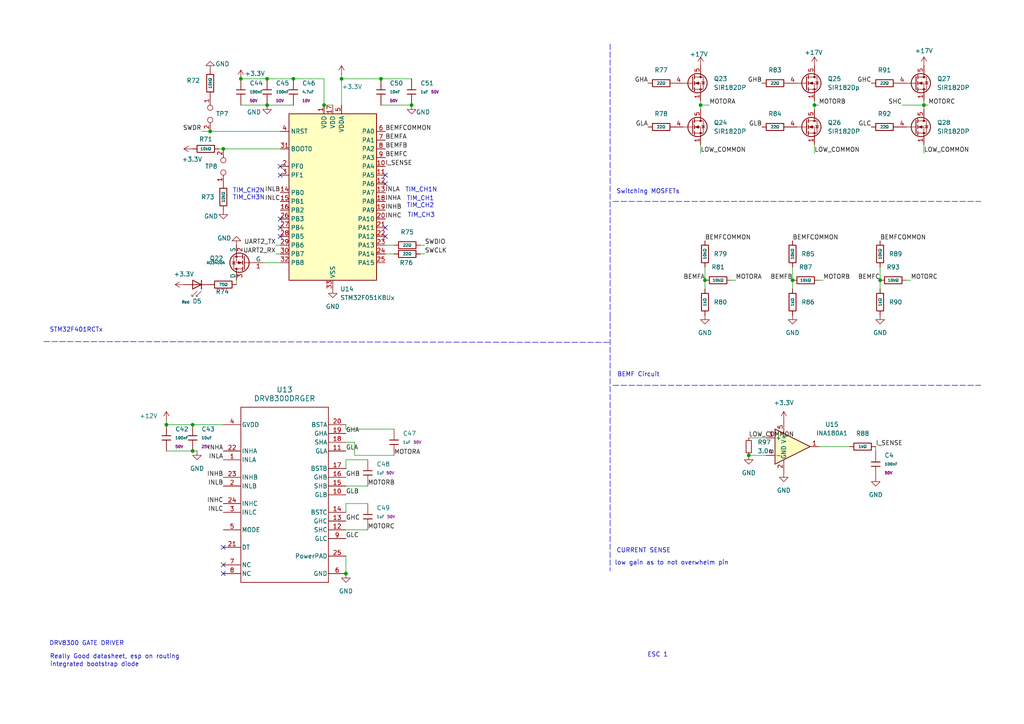
<source format=kicad_sch>
(kicad_sch (version 20250114) (generator "eeschema") (generator_version "9.0")
  (paper "A4")
  (text "DRV8300 GATE DRIVER\n" (at 25.146 186.69 0) (effects (font (size 1.27 1.27))))
  (text "TIM_CH3\n\n" (at 122.174 63.5 0) (effects (font (size 1.27 1.27))))
  (text "TIM_CH1N" (at 122.174 55.118 0) (effects (font (size 1.27 1.27))))
  (text "low gain as to not overwhelm pin\n" (at 194.818 163.322 0) (effects (font (size 1.27 1.27))))
  (text "Switching MOSFETs\n" (at 187.96 55.626 0) (effects (font (size 1.27 1.27))))
  (text "CURRENT SENSE\n" (at 186.69 159.766 0) (effects (font (size 1.27 1.27))))
  (text "integrated bootstrap diode\n" (at 27.432 192.786 0) (effects (font (size 1.27 1.27))))
  (text "TIM_CH3N\n\n\n" (at 72.136 59.436 0) (effects (font (size 1.27 1.27))))
  (text "BEMF Circuit\n" (at 185.166 108.712 0) (effects (font (size 1.27 1.27))))
  (text "STM32F401RCTx" (at 22.098 95.758 0) (effects (font (size 1.27 1.27))))
  (text "TIM_CH2\n\n" (at 121.92 60.706 0) (effects (font (size 1.27 1.27))))
  (text "ESC 1" (at 190.754 189.992 0) (effects (font (size 1.27 1.27))))
  (text "TIM_CH1\n" (at 121.92 57.658 0) (effects (font (size 1.27 1.27))))
  (text "TIM_CH2N\n\n\n" (at 72.136 57.404 0) (effects (font (size 1.27 1.27))))
  (text "Really Good datasheet, esp on routing\n" (at 33.274 190.5 0) (effects (font (size 1.27 1.27))))
  (junction (at 48.26 123.19))
  (junction (at 203.2 30.48))
  (junction (at 85.09 22.86))
  (junction (at 69.85 22.86))
  (junction (at 119.38 30.48))
  (junction (at 99.06 22.86))
  (junction (at 93.98 30.48))
  (junction (at 236.22 30.48))
  (junction (at 255.27 81.28))
  (junction (at 77.47 22.86))
  (junction (at 217.17 132.08))
  (junction (at 267.97 30.48))
  (junction (at 60.96 38.1))
  (junction (at 110.49 22.86))
  (junction (at 204.47 81.28))
  (junction (at 55.88 123.19))
  (junction (at 55.88 130.81))
  (junction (at 77.47 30.48))
  (junction (at 100.33 166.37))
  (junction (at 229.87 81.28))
  (junction (at 64.77 43.18))
  (no_connect (at 111.76 68.58))
  (no_connect (at 81.28 50.8))
  (no_connect (at 64.77 166.37))
  (no_connect (at 111.76 66.04))
  (no_connect (at 111.76 50.8))
  (no_connect (at 81.28 48.26))
  (no_connect (at 64.77 163.83))
  (no_connect (at 111.76 53.34))
  (no_connect (at 81.28 63.5))
  (no_connect (at 64.77 158.75))
  (no_connect (at 81.28 68.58))
  (no_connect (at 81.28 66.04))
  (wire (pts (xy 93.98 22.86) (xy 85.09 22.86)))
  (wire (pts (xy 63.5 43.18) (xy 64.77 43.18)))
  (wire (pts (xy 100.33 146.05) (xy 100.33 148.59)))
  (wire (pts (xy 99.06 21.59) (xy 99.06 22.86)))
  (wire (pts (xy 203.2 29.21) (xy 203.2 30.48)))
  (wire (pts (xy 100.33 124.46) (xy 100.33 123.19)))
  (wire (pts (xy 261.62 30.48) (xy 267.97 30.48)))
  (wire (pts (xy 217.17 132.08) (xy 222.25 132.08)))
  (polyline (pts (xy 176.9572 91.4718) (xy 176.9571 165.6086)) (stroke (width 0) (type dash)))
  (polyline (pts (xy 176.9572 12.7318) (xy 176.9572 91.4718)) (stroke (width 0) (type dash)))
  (wire (pts (xy 267.97 44.45) (xy 267.97 41.91)))
  (wire (pts (xy 229.87 81.28) (xy 229.87 83.82)))
  (wire (pts (xy 58.42 38.1) (xy 60.96 38.1)))
  (wire (pts (xy 102.87 132.08) (xy 102.87 128.27)))
  (wire (pts (xy 76.2 76.2) (xy 81.28 76.2)))
  (wire (pts (xy 204.47 77.47) (xy 204.47 81.28)))
  (wire (pts (xy 121.92 73.66) (xy 123.19 73.66)))
  (wire (pts (xy 80.01 71.12) (xy 81.28 71.12)))
  (wire (pts (xy 100.33 153.67) (xy 106.68 153.67)))
  (wire (pts (xy 205.74 30.48) (xy 203.2 30.48)))
  (wire (pts (xy 77.47 30.48) (xy 85.09 30.48)))
  (polyline (pts (xy 177.8 58.42) (xy 284.48 58.42)) (stroke (width 0) (type dash)))
  (wire (pts (xy 255.27 77.47) (xy 255.27 81.28)))
  (wire (pts (xy 236.22 30.48) (xy 236.22 31.75)))
  (wire (pts (xy 60.96 38.1) (xy 81.28 38.1)))
  (wire (pts (xy 262.89 81.28) (xy 264.16 81.28)))
  (polyline (pts (xy 177.8 111.76) (xy 284.48 111.76)) (stroke (width 0) (type dash)))
  (wire (pts (xy 229.87 77.47) (xy 229.87 81.28)))
  (wire (pts (xy 110.49 30.48) (xy 119.38 30.48)))
  (wire (pts (xy 100.33 133.35) (xy 100.33 135.89)))
  (wire (pts (xy 77.47 22.86) (xy 85.09 22.86)))
  (wire (pts (xy 204.47 81.28) (xy 204.47 83.82)))
  (wire (pts (xy 55.88 123.19) (xy 64.77 123.19)))
  (wire (pts (xy 212.09 81.28) (xy 213.36 81.28)))
  (wire (pts (xy 48.26 123.19) (xy 55.88 123.19)))
  (wire (pts (xy 48.26 130.81) (xy 55.88 130.81)))
  (wire (pts (xy 106.68 133.35) (xy 100.33 133.35)))
  (wire (pts (xy 99.06 22.86) (xy 99.06 30.48)))
  (wire (pts (xy 237.49 30.48) (xy 236.22 30.48)))
  (wire (pts (xy 69.85 30.48) (xy 77.47 30.48)))
  (wire (pts (xy 102.87 128.27) (xy 100.33 128.27)))
  (wire (pts (xy 267.97 30.48) (xy 267.97 31.75)))
  (wire (pts (xy 64.77 43.18) (xy 81.28 43.18)))
  (wire (pts (xy 246.38 129.54) (xy 237.49 129.54)))
  (wire (pts (xy 111.76 71.12) (xy 114.3 71.12)))
  (wire (pts (xy 114.3 73.66) (xy 111.76 73.66)))
  (wire (pts (xy 121.92 71.12) (xy 123.19 71.12)))
  (wire (pts (xy 217.17 127) (xy 222.25 127)))
  (wire (pts (xy 55.88 130.81) (xy 57.15 130.81)))
  (wire (pts (xy 48.26 121.92) (xy 48.26 123.19)))
  (polyline (pts (xy 12.7 99.06) (xy 176.9006 99.308)) (stroke (width 0) (type dash)))
  (wire (pts (xy 119.38 22.86) (xy 110.49 22.86)))
  (wire (pts (xy 102.87 132.08) (xy 114.3 132.08)))
  (wire (pts (xy 100.33 161.29) (xy 100.33 166.37)))
  (wire (pts (xy 68.58 81.28) (xy 68.58 82.55)))
  (wire (pts (xy 100.33 124.46) (xy 114.3 124.46)))
  (wire (pts (xy 93.98 30.48) (xy 96.52 30.48)))
  (wire (pts (xy 106.68 146.05) (xy 100.33 146.05)))
  (wire (pts (xy 267.97 29.21) (xy 267.97 30.48)))
  (wire (pts (xy 255.27 81.28) (xy 255.27 83.82)))
  (wire (pts (xy 69.85 22.86) (xy 77.47 22.86)))
  (wire (pts (xy 203.2 30.48) (xy 203.2 31.75)))
  (wire (pts (xy 236.22 29.21) (xy 236.22 30.48)))
  (wire (pts (xy 99.06 22.86) (xy 110.49 22.86)))
  (wire (pts (xy 237.49 81.28) (xy 238.76 81.28)))
  (wire (pts (xy 80.01 73.66) (xy 81.28 73.66)))
  (wire (pts (xy 254 130.81) (xy 254 129.54)))
  (wire (pts (xy 269.24 30.48) (xy 267.97 30.48)))
  (wire (pts (xy 236.22 44.45) (xy 236.22 41.91)))
  (wire (pts (xy 203.2 44.45) (xy 203.2 41.91)))
  (wire (pts (xy 93.98 30.48) (xy 93.98 22.86)))
  (wire (pts (xy 100.33 140.97) (xy 106.68 140.97)))
  (label "GLC" (at 252.73 36.83 180))
  (label "SWCLK" (at 123.19 73.66 0))
  (label "SWDIO" (at 123.19 71.12 0))
  (label "MOTORC" (at 264.16 81.28 0))
  (label "BEMFCOMMON" (at 229.87 69.85 0))
  (label "INLB" (at 64.77 140.97 180))
  (label "MOTORB" (at 106.68 140.97 0))
  (label "INLC" (at 81.28 58.42 180))
  (label "GHA" (at 187.96 24.13 180))
  (label "GHC" (at 100.33 151.13 0))
  (label "MOTORB" (at 238.76 81.28 0))
  (label "UART2_RX" (at 80.01 73.66 180))
  (label "UART2_TX" (at 80.01 71.12 180))
  (label "MOTORB" (at 237.49 30.48 0))
  (label "BEMFCOMMON" (at 255.27 69.85 0))
  (label "MOTORC" (at 106.68 153.67 0))
  (label "GLB" (at 220.98 36.83 180))
  (label "MOTORA" (at 213.36 81.28 0))
  (label "INLB" (at 81.28 55.88 180))
  (label "GLB" (at 100.33 143.51 0))
  (label "LOW_COMMON" (at 203.2 44.45 0))
  (label "INHB" (at 64.77 138.43 180))
  (label "BEMFA" (at 111.76 40.64 0))
  (label "BEMFA" (at 204.47 81.28 180))
  (label "BEMFC" (at 255.27 81.28 180))
  (label "GHC" (at 252.73 24.13 180))
  (label "I_SENSE" (at 111.76 48.26 0))
  (label "INHB" (at 111.76 60.96 0))
  (label "MOTORC" (at 269.24 30.48 0))
  (label "I_SENSE" (at 254 129.54 0))
  (label "INLC" (at 64.77 148.59 180))
  (label "MOTORA" (at 114.3 132.08 0))
  (label "GHB" (at 220.98 24.13 180))
  (label "INLA" (at 111.76 55.88 0))
  (label "SHC" (at 261.62 30.48 180))
  (label "LOW_COMMON" (at 236.22 44.45 0))
  (label "BEMFCOMMON" (at 204.47 69.85 0))
  (label "SWDR" (at 58.42 38.1 180))
  (label "LOW_COMMON" (at 267.97 44.45 0))
  (label "GHA" (at 100.33 125.73 0))
  (label "INHC" (at 111.76 63.5 0))
  (label "BEMFCOMMON" (at 111.76 38.1 0))
  (label "BEMFB" (at 229.87 81.28 180))
  (label "BEMFB" (at 111.76 43.18 0))
  (label "MOTORA" (at 205.74 30.48 0))
  (label "INHA" (at 111.76 58.42 0))
  (label "GLA" (at 100.33 130.81 0))
  (label "INHC" (at 64.77 146.05 180))
  (label "INHA" (at 64.77 130.81 180))
  (label "LOW_COMMON" (at 217.17 127 0))
  (label "GLA" (at 187.96 36.83 180))
  (label "INLA" (at 64.77 133.35 180))
  (label "BEMFC" (at 111.76 45.72 0))
  (label "GHB" (at 100.33 138.43 0))
  (label "GLC" (at 100.33 156.21 0))
  (symbol (lib_id "PCM_JLCPCB-Resistors:0402,22Ω") (at 191.77 24.13 90) (unit 1)
    (property "Reference" "R33" (at 191.77 20.32 90))
    (property "Value" "22Ω" (at 191.77 24.13 90) (effects (font (size 0.8 0.8))))
    (property "Footprint" "PCM_JLCPCB:R_0402" (effects (hide yes)))
    (property "Description" "100mW Thick Film Resistor ±5% ±200ppm/℃ 22Ω 0402 Chip Resistor - Surface Mount ROHS" (effects (hide yes)))
    (property "LCSC" "C400511" (effects (hide yes)))
    (property "Stock" "3325167" (effects (hide yes)))
    (property "Price" "0.004USD" (effects (hide yes)))
    (property "Process" "SMT" (effects (hide yes)))
    (property "Minimum Qty" "20" (effects (hide yes)))
    (property "Attrition Qty" "10" (effects (hide yes)))
    (property "Class" "Basic Component" (effects (hide yes)))
    (property "Category" "Resistors,Chip Resistor - Surface Mount" (effects (hide yes)))
    (property "Resistance" "22Ω" (effects (hide yes)))
    (property "Power(Watts)" "100mW" (effects (hide yes)))
    (property "Type" "Thick Film Resistors" (effects (hide yes)))
    (property "Tolerance" "±1%" (effects (hide yes)))
    (property "Temperature Coefficient" "±100ppm/°C" (effects (hide yes)))
    (instances (project "ESC_Board" (path "" (reference "R77") (unit 1)) (path "" (reference "R54") (unit 1)) (path "" (reference "R33") (unit 1))))
  )
  (symbol (lib_name "0603,1uF_2") (lib_id "PCM_JLCPCB-Capacitors:0603,1uF") (at 114.3 128.27 0) (unit 1)
    (property "Reference" "C29" (at 116.84 125.7299 0) (effects (justify left)))
    (property "Value" "1uF" (at 116.84 128.27 0) (effects (font (size 0.8 0.8)) (justify left)))
    (property "Footprint" "PCM_JLCPCB:C_0603" (effects (hide yes)))
    (property "Description" "50V 1uF X7R ±10% 0603 Multilayer Ceramic Capacitors MLCC - SMD/SMT ROHS" (effects (hide yes)))
    (property "LCSC" "C6119857" (effects (hide yes)))
    (property "Stock" "11587280" (effects (hide yes)))
    (property "Price" "0.008USD" (effects (hide yes)))
    (property "Process" "SMT" (effects (hide yes)))
    (property "Minimum Qty" "20" (effects (hide yes)))
    (property "Attrition Qty" "10" (effects (hide yes)))
    (property "Class" "Basic Component" (effects (hide yes)))
    (property "Category" "Capacitors,Multilayer Ceramic Capacitors MLCC - SMD/SMT" (effects (hide yes)))
    (property "Voltage Rated" "50V" (at 119.888 128.27 0) (effects (font (size 0.8 0.8)) (justify left)))
    (property "Tolerance" "±10%" (effects (hide yes)))
    (property "Capacitance" "1uF" (effects (hide yes)))
    (property "Temperature Coefficient" "X5R" (effects (hide yes)))
    (instances (project "ESC_Board" (path "" (reference "C47") (unit 1)) (path "" (reference "C37") (unit 1)) (path "" (reference "C29") (unit 1))))
  )
  (symbol (lib_id "PCM_JLCPCB-Capacitors:0402,10nF") (at 110.49 26.67 0) (unit 1)
    (property "Reference" "C19" (at 113.03 24.1299 0) (effects (justify left)))
    (property "Value" "10nF" (at 113.03 26.67 0) (effects (font (size 0.8 0.8)) (justify left)))
    (property "Footprint" "PCM_JLCPCB:C_0402" (effects (hide yes)))
    (property "Datasheet" "https://www.lcsc.com/datasheet/lcsc_datasheet_2304140030_Samsung-Electro-Mechanics-CL05B103KB5NNNC_C15195.pdf" (effects (hide yes)))
    (property "Description" "50V 10nF X7R ±10% 0402 Multilayer Ceramic Capacitors MLCC - SMD/SMT ROHS" (effects (hide yes)))
    (property "LCSC" "C15195" (effects (hide yes)))
    (property "Stock" "6402406" (effects (hide yes)))
    (property "Price" "0.005USD" (effects (hide yes)))
    (property "Process" "SMT" (effects (hide yes)))
    (property "Minimum Qty" "20" (effects (hide yes)))
    (property "Attrition Qty" "10" (effects (hide yes)))
    (property "Class" "Basic Component" (effects (hide yes)))
    (property "Category" "Capacitors,Multilayer Ceramic Capacitors MLCC - SMD/SMT" (effects (hide yes)))
    (property "Manufacturer" "Samsung Electro-Mechanics" (effects (hide yes)))
    (property "Part" "CL05B103KB5NNNC" (effects (hide yes)))
    (property "Voltage Rated" "50V" (at 113.03 29.21 0) (effects (font (size 0.8 0.8)) (justify left)))
    (property "Tolerance" "±10%" (effects (hide yes)))
    (property "Capacitance" "10nF" (effects (hide yes)))
    (property "Temperature Coefficient" "X7R" (effects (hide yes)))
    (instances (project "ESC_Board" (path "" (reference "C50") (unit 1)) (path "" (reference "C40") (unit 1)) (path "" (reference "C19") (unit 1))))
  )
  (symbol (lib_id "PCM_JLCPCB-Capacitors:0402,4.7uF") (at 85.09 26.67 0) (unit 1)
    (property "Reference" "C18" (at 87.63 24.1299 0) (effects (justify left)))
    (property "Value" "4.7uF" (at 87.63 26.67 0) (effects (font (size 0.8 0.8)) (justify left)))
    (property "Footprint" "PCM_JLCPCB:C_0402" (effects (hide yes)))
    (property "Datasheet" "https://www.lcsc.com/datasheet/lcsc_datasheet_2304140030_Samsung-Electro-Mechanics-CL05A475MP5NRNC_C23733.pdf" (effects (hide yes)))
    (property "Description" "10V 4.7uF X5R ±20% 0402 Multilayer Ceramic Capacitors MLCC - SMD/SMT ROHS" (effects (hide yes)))
    (property "LCSC" "C23733" (effects (hide yes)))
    (property "Stock" "2764687" (effects (hide yes)))
    (property "Price" "0.008USD" (effects (hide yes)))
    (property "Process" "SMT" (effects (hide yes)))
    (property "Minimum Qty" "20" (effects (hide yes)))
    (property "Attrition Qty" "10" (effects (hide yes)))
    (property "Class" "Basic Component" (effects (hide yes)))
    (property "Category" "Capacitors,Multilayer Ceramic Capacitors MLCC - SMD/SMT" (effects (hide yes)))
    (property "Manufacturer" "Samsung Electro-Mechanics" (effects (hide yes)))
    (property "Part" "CL05A475MP5NRNC" (effects (hide yes)))
    (property "Voltage Rated" "10V" (at 87.63 29.21 0) (effects (font (size 0.8 0.8)) (justify left)))
    (property "Tolerance" "±20%" (effects (hide yes)))
    (property "Capacitance" "4.7uF" (effects (hide yes)))
    (property "Temperature Coefficient" "X5R" (effects (hide yes)))
    (instances (project "ESC_Board" (path "" (reference "C46") (unit 1)) (path "" (reference "C36") (unit 1)) (path "" (reference "C18") (unit 1))))
  )
  (symbol (lib_id "power:GND") (at 64.77 60.96 0) (unit 1)
    (property "Reference" "#PWR027" (effects (hide yes)))
    (property "Value" "GND" (at 61.214 62.738 0))
    (property "Description" "Power symbol creates a global label with name \"GND\" , ground" (effects (hide yes)))
    (instances (project "ESC_Board" (path "" (reference "#PWR086") (unit 1)) (path "" (reference "#PWR063") (unit 1)) (path "" (reference "#PWR027") (unit 1))))
  )
  (symbol (lib_id "PCM_JLCPCB-Resistors:0402,22Ω") (at 118.11 71.12 90) (unit 1)
    (property "Reference" "R31" (at 118.11 67.31 90))
    (property "Value" "22Ω" (at 118.11 71.12 90) (effects (font (size 0.8 0.8))))
    (property "Footprint" "PCM_JLCPCB:R_0402" (effects (hide yes)))
    (property "Description" "100mW Thick Film Resistor ±5% ±200ppm/℃ 22Ω 0402 Chip Resistor - Surface Mount ROHS" (effects (hide yes)))
    (property "LCSC" "C400511" (effects (hide yes)))
    (property "Stock" "3325167" (effects (hide yes)))
    (property "Price" "0.004USD" (effects (hide yes)))
    (property "Process" "SMT" (effects (hide yes)))
    (property "Minimum Qty" "20" (effects (hide yes)))
    (property "Attrition Qty" "10" (effects (hide yes)))
    (property "Class" "Basic Component" (effects (hide yes)))
    (property "Category" "Resistors,Chip Resistor - Surface Mount" (effects (hide yes)))
    (property "Resistance" "22Ω" (effects (hide yes)))
    (property "Power(Watts)" "100mW" (effects (hide yes)))
    (property "Type" "Thick Film Resistors" (effects (hide yes)))
    (property "Tolerance" "±1%" (effects (hide yes)))
    (property "Temperature Coefficient" "±100ppm/°C" (effects (hide yes)))
    (instances (project "ESC_Board" (path "" (reference "R75") (unit 1)) (path "" (reference "R52") (unit 1)) (path "" (reference "R31") (unit 1))))
  )
  (symbol (lib_id "power:+5V") (at 48.26 121.92 0) (mirror y) (unit 1)
    (property "Reference" "#PWR048" (effects (hide yes)))
    (property "Value" "+12V" (at 45.72 120.6499 0) (effects (justify left)))
    (property "Description" "Power symbol creates a global label with name \"+5V\"" (effects (hide yes)))
    (instances (project "ESC_Board" (path "" (reference "#PWR081") (unit 1)) (path "" (reference "#PWR058") (unit 1)) (path "" (reference "#PWR048") (unit 1))))
  )
  (symbol (lib_id "PCM_JLCPCB-Resistors:0402,10kΩ") (at 59.69 43.18 90) (unit 1)
    (property "Reference" "R28" (at 59.69 40.386 90))
    (property "Value" "10kΩ" (at 59.69 43.18 90) (effects (font (size 0.8 0.8))))
    (property "Footprint" "PCM_JLCPCB:R_0402" (effects (hide yes)))
    (property "Description" "100mW Thick Film Resistor ±100ppm/℃ ±1% 10kΩ 0402 Chip Resistor - Surface Mount ROHS" (effects (hide yes)))
    (property "LCSC" "C191123" (effects (hide yes)))
    (property "Stock" "15645317" (effects (hide yes)))
    (property "Price" "0.004USD" (effects (hide yes)))
    (property "Process" "SMT" (effects (hide yes)))
    (property "Minimum Qty" "20" (effects (hide yes)))
    (property "Attrition Qty" "10" (effects (hide yes)))
    (property "Class" "Basic Component" (effects (hide yes)))
    (property "Category" "Resistors,Chip Resistor - Surface Mount" (effects (hide yes)))
    (property "Resistance" "10kΩ" (effects (hide yes)))
    (property "Power(Watts)" "100mW" (effects (hide yes)))
    (property "Type" "Thick Film Resistors" (effects (hide yes)))
    (property "Tolerance" "±1%" (effects (hide yes)))
    (property "Temperature Coefficient" "±100ppm/°C" (effects (hide yes)))
    (instances (project "ESC_Board" (path "" (reference "R71") (unit 1)) (path "" (reference "R48") (unit 1)) (path "" (reference "R28") (unit 1))))
  )
  (symbol (lib_id "PCM_JLCPCB-Resistors:0603,1kΩ") (at 255.27 87.63 0) (unit 1)
    (property "Reference" "R44" (at 257.81 87.6299 0) (effects (justify left)))
    (property "Value" "1kΩ" (at 255.27 87.63 90) (effects (font (size 0.8 0.8))))
    (property "Footprint" "PCM_JLCPCB:R_0402" (effects (hide yes)))
    (property "Description" "100mW Thick Film Resistor 50V ±100ppm/℃ ±5% 1kΩ 0402 Chip Resistor - Surface Mount ROHS" (effects (hide yes)))
    (property "LCSC" "C2759467" (effects (hide yes)))
    (property "Stock" "23435537" (effects (hide yes)))
    (property "Price" "0.004USD" (effects (hide yes)))
    (property "Process" "SMT" (effects (hide yes)))
    (property "Minimum Qty" "20" (effects (hide yes)))
    (property "Attrition Qty" "10" (effects (hide yes)))
    (property "Class" "Basic Component" (effects (hide yes)))
    (property "Category" "Resistors,Chip Resistor - Surface Mount" (effects (hide yes)))
    (property "Part" "HP02WAJ0102TCE" (effects (hide yes)))
    (property "Resistance" "1kΩ" (effects (hide yes)))
    (property "Power(Watts)" "100mW" (effects (hide yes)))
    (property "Type" "Thick Film Resistors" (effects (hide yes)))
    (property "Tolerance" "±1%" (effects (hide yes)))
    (property "Temperature Coefficient" "±100ppm/°C" (effects (hide yes)))
    (instances (project "ESC_Board" (path "" (reference "R90") (unit 1)) (path "" (reference "R67") (unit 1)) (path "" (reference "R44") (unit 1))))
  )
  (symbol (lib_id "power:+3.3V") (at 227.33 121.92 0) (unit 1)
    (property "Reference" "#PWR057" (effects (hide yes)))
    (property "Value" "+3.3V" (at 227.33 116.84 0))
    (property "Description" "Power symbol creates a global label with name \"+3.3V\"" (effects (hide yes)))
    (instances (project "ESC_Board" (path "" (reference "#PWR097") (unit 1)) (path "" (reference "#PWR074") (unit 1)) (path "" (reference "#PWR057") (unit 1))))
  )
  (symbol (lib_id "power:+3.3V") (at 55.88 43.18 90) (unit 1)
    (property "Reference" "#PWR025" (effects (hide yes)))
    (property "Value" "+3.3V" (at 58.674 46.228 90) (effects (justify left)))
    (property "Description" "Power symbol creates a global label with name \"+3.3V\"" (effects (hide yes)))
    (instances (project "ESC_Board" (path "" (reference "#PWR083") (unit 1)) (path "" (reference "#PWR060") (unit 1)) (path "" (reference "#PWR025") (unit 1))))
  )
  (symbol (lib_id "Transistor_FET:BSC13DN30NSFD") (at 233.68 24.13 0) (unit 1)
    (property "Reference" "Q11" (at 240.03 22.8599 0) (effects (justify left)))
    (property "Value" "SIR182Dp" (at 240.03 25.3999 0) (effects (justify left)))
    (property "Footprint" "Package_TO_SOT_SMD:TDSON-8-1" (effects (hide yes)))
    (property "Description" "60V 50A 50W 11mΩ@10V,50A 4V@23uA 1 N-Channel TDSON-8-EP(5x6) MOSFETs ROHS" (effects (hide yes)))
    (property "LCSC" " C151507" (effects (hide yes)))
    (instances (project "ESC_Board" (path "" (reference "Q25") (unit 1)) (path "" (reference "Q18") (unit 1)) (path "" (reference "Q11") (unit 1))))
  )
  (symbol (lib_id "PCM_JLCPCB-Resistors:0402,10kΩ") (at 64.77 57.15 0) (mirror x) (unit 1)
    (property "Reference" "R30" (at 62.23 57.1499 0) (effects (justify right)))
    (property "Value" "10kΩ" (at 64.77 57.15 90) (effects (font (size 0.8 0.8))))
    (property "Footprint" "PCM_JLCPCB:R_0402" (effects (hide yes)))
    (property "Description" "100mW Thick Film Resistor ±100ppm/℃ ±1% 10kΩ 0402 Chip Resistor - Surface Mount ROHS" (effects (hide yes)))
    (property "LCSC" "C191123" (effects (hide yes)))
    (property "Stock" "15645317" (effects (hide yes)))
    (property "Price" "0.004USD" (effects (hide yes)))
    (property "Process" "SMT" (effects (hide yes)))
    (property "Minimum Qty" "20" (effects (hide yes)))
    (property "Attrition Qty" "10" (effects (hide yes)))
    (property "Class" "Basic Component" (effects (hide yes)))
    (property "Category" "Resistors,Chip Resistor - Surface Mount" (effects (hide yes)))
    (property "Resistance" "10kΩ" (effects (hide yes)))
    (property "Power(Watts)" "100mW" (effects (hide yes)))
    (property "Type" "Thick Film Resistors" (effects (hide yes)))
    (property "Tolerance" "±1%" (effects (hide yes)))
    (property "Temperature Coefficient" "±100ppm/°C" (effects (hide yes)))
    (instances (project "ESC_Board" (path "" (reference "R73") (unit 1)) (path "" (reference "R50") (unit 1)) (path "" (reference "R30") (unit 1))))
  )
  (symbol (lib_id "Transistor_FET:BSC13DN30NSFD") (at 233.68 36.83 0) (unit 1)
    (property "Reference" "Q12" (at 240.03 35.5599 0) (effects (justify left)))
    (property "Value" "SIR182DP" (at 240.03 38.0999 0) (effects (justify left)))
    (property "Footprint" "Package_TO_SOT_SMD:TDSON-8-1" (effects (hide yes)))
    (property "Description" "60V 50A 50W 11mΩ@10V,50A 4V@23uA 1 N-Channel TDSON-8-EP(5x6) MOSFETs ROHS" (effects (hide yes)))
    (property "LCSC" " C151507" (effects (hide yes)))
    (instances (project "ESC_Board" (path "" (reference "Q26") (unit 1)) (path "" (reference "Q19") (unit 1)) (path "" (reference "Q12") (unit 1))))
  )
  (symbol (lib_name "0603,1uF_2") (lib_id "PCM_JLCPCB-Capacitors:0603,1uF") (at 119.38 26.67 0) (unit 1)
    (property "Reference" "C27" (at 121.92 24.1299 0) (effects (justify left)))
    (property "Value" "1uF" (at 121.92 26.67 0) (effects (font (size 0.8 0.8)) (justify left)))
    (property "Footprint" "PCM_JLCPCB:C_0603" (effects (hide yes)))
    (property "Description" "50V 1uF X7R ±10% 0603 Multilayer Ceramic Capacitors MLCC - SMD/SMT ROHS" (effects (hide yes)))
    (property "LCSC" "C6119857" (effects (hide yes)))
    (property "Stock" "11587280" (effects (hide yes)))
    (property "Price" "0.008USD" (effects (hide yes)))
    (property "Process" "SMT" (effects (hide yes)))
    (property "Minimum Qty" "20" (effects (hide yes)))
    (property "Attrition Qty" "10" (effects (hide yes)))
    (property "Class" "Basic Component" (effects (hide yes)))
    (property "Category" "Capacitors,Multilayer Ceramic Capacitors MLCC - SMD/SMT" (effects (hide yes)))
    (property "Voltage Rated" "50V" (at 124.968 26.67 0) (effects (font (size 0.8 0.8)) (justify left)))
    (property "Tolerance" "±10%" (effects (hide yes)))
    (property "Capacitance" "1uF" (effects (hide yes)))
    (property "Temperature Coefficient" "X5R" (effects (hide yes)))
    (instances (project "ESC_Board" (path "" (reference "C51") (unit 1)) (path "" (reference "C41") (unit 1)) (path "" (reference "C27") (unit 1))))
  )
  (symbol (lib_id "PCM_JLCPCB-Resistors:0402,22Ω") (at 256.54 24.13 90) (unit 1)
    (property "Reference" "R45" (at 256.54 20.32 90))
    (property "Value" "22Ω" (at 256.54 24.13 90) (effects (font (size 0.8 0.8))))
    (property "Footprint" "PCM_JLCPCB:R_0402" (effects (hide yes)))
    (property "Description" "100mW Thick Film Resistor ±5% ±200ppm/℃ 22Ω 0402 Chip Resistor - Surface Mount ROHS" (effects (hide yes)))
    (property "LCSC" "C400511" (effects (hide yes)))
    (property "Stock" "3325167" (effects (hide yes)))
    (property "Price" "0.004USD" (effects (hide yes)))
    (property "Process" "SMT" (effects (hide yes)))
    (property "Minimum Qty" "20" (effects (hide yes)))
    (property "Attrition Qty" "10" (effects (hide yes)))
    (property "Class" "Basic Component" (effects (hide yes)))
    (property "Category" "Resistors,Chip Resistor - Surface Mount" (effects (hide yes)))
    (property "Resistance" "22Ω" (effects (hide yes)))
    (property "Power(Watts)" "100mW" (effects (hide yes)))
    (property "Type" "Thick Film Resistors" (effects (hide yes)))
    (property "Tolerance" "±1%" (effects (hide yes)))
    (property "Temperature Coefficient" "±100ppm/°C" (effects (hide yes)))
    (instances (project "ESC_Board" (path "" (reference "R91") (unit 1)) (path "" (reference "R68") (unit 1)) (path "" (reference "R45") (unit 1))))
  )
  (symbol (lib_id "2025-07-10_00-49-41:DRV8300DRGER") (at 64.77 123.19 0) (unit 1)
    (property "Reference" "U8" (at 82.55 113.03 0) (effects (font (size 1.524 1.524))))
    (property "Value" "DRV8300DRGER" (at 82.55 115.57 0) (effects (font (size 1.524 1.524))))
    (property "Footprint" "RGE0024B-IPC_A" (effects (hide yes)))
    (property "Datasheet" "https://www.ti.com/lit/gpn/drv8300" (effects (hide yes)))
    (instances (project "ESC_Board" (path "" (reference "U13") (unit 1)) (path "" (reference "U10") (unit 1)) (path "" (reference "U8") (unit 1))))
  )
  (symbol (lib_id "power:+3.3V") (at 267.97 19.05 0) (unit 1)
    (property "Reference" "#PWR056" (effects (hide yes)))
    (property "Value" "+17V" (at 267.97 14.732 0))
    (property "Description" "Power symbol creates a global label with name \"+3.3V\"" (effects (hide yes)))
    (instances (project "ESC_Board" (path "" (reference "#PWR0103") (unit 1)) (path "" (reference "#PWR080") (unit 1)) (path "" (reference "#PWR056") (unit 1))))
  )
  (symbol (lib_id "Transistor_FET:BSC13DN30NSFD") (at 265.43 24.13 0) (unit 1)
    (property "Reference" "Q13" (at 271.78 22.8599 0) (effects (justify left)))
    (property "Value" "SIR182DP" (at 271.78 25.3999 0) (effects (justify left)))
    (property "Footprint" "Package_TO_SOT_SMD:TDSON-8-1" (effects (hide yes)))
    (property "Description" "60V 50A 50W 11mΩ@10V,50A 4V@23uA 1 N-Channel TDSON-8-EP(5x6) MOSFETs ROHS" (effects (hide yes)))
    (property "LCSC" " C151507" (effects (hide yes)))
    (instances (project "ESC_Board" (path "" (reference "Q27") (unit 1)) (path "" (reference "Q20") (unit 1)) (path "" (reference "Q13") (unit 1))))
  )
  (symbol (lib_id "PCM_JLCPCB-Capacitors:0402,100nF,(2)") (at 254 134.62 0) (unit 1)
    (property "Reference" "C2" (at 256.54 132.0799 0) (effects (justify left)))
    (property "Value" "100nF" (at 256.54 134.62 0) (effects (font (size 0.8 0.8)) (justify left)))
    (property "Footprint" "PCM_JLCPCB:C_0402" (effects (hide yes)))
    (property "Datasheet" "https://www.lcsc.com/datasheet/lcsc_datasheet_2304140030_Samsung-Electro-Mechanics-CL05B104KB54PNC_C307331.pdf" (effects (hide yes)))
    (property "Description" "50V 100nF X7R ±10% 0402 Multilayer Ceramic Capacitors MLCC - SMD/SMT ROHS" (effects (hide yes)))
    (property "LCSC" "C307331" (effects (hide yes)))
    (property "Stock" "6934327" (effects (hide yes)))
    (property "Price" "0.008USD" (effects (hide yes)))
    (property "Process" "SMT" (effects (hide yes)))
    (property "Minimum Qty" "20" (effects (hide yes)))
    (property "Attrition Qty" "10" (effects (hide yes)))
    (property "Class" "Basic Component" (effects (hide yes)))
    (property "Category" "Capacitors,Multilayer Ceramic Capacitors MLCC - SMD/SMT" (effects (hide yes)))
    (property "Manufacturer" "Samsung Electro-Mechanics" (effects (hide yes)))
    (property "Part" "CL05B104KB54PNC" (effects (hide yes)))
    (property "Voltage Rated" "50V" (at 256.54 137.16 0) (effects (font (size 0.8 0.8)) (justify left)))
    (property "Tolerance" "±10%" (effects (hide yes)))
    (property "Capacitance" "100nF" (effects (hide yes)))
    (property "Temperature Coefficient" "X7R" (effects (hide yes)))
    (instances (project "ESC_Board" (path "" (reference "C4") (unit 1)) (path "" (reference "C3") (unit 1)) (path "" (reference "C2") (unit 1))))
  )
  (symbol (lib_name "0603,10uF,(2)_1") (lib_id "PCM_JLCPCB-Capacitors:0603,10uF,(2)") (at 55.88 127 180) (unit 1)
    (property "Reference" "C28" (at 58.42 124.4599 0) (effects (justify right)))
    (property "Value" "10uF" (at 58.42 127 0) (effects (font (size 0.8 0.8)) (justify right)))
    (property "Footprint" "PCM_JLCPCB:C_0603" (effects (hide yes)))
    (property "Datasheet" "https://www.lcsc.com/datasheet/lcsc_datasheet_2304140030_Samsung-Electro-Mechanics-CL10A106MA8NRNC_C96446.pdf" (effects (hide yes)))
    (property "Description" "25V 10uF X5R ±20% 0603 Multilayer Ceramic Capacitors MLCC - SMD/SMT ROHS" (effects (hide yes)))
    (property "LCSC" "C96446" (effects (hide yes)))
    (property "Stock" "4218853" (effects (hide yes)))
    (property "Price" "0.021USD" (effects (hide yes)))
    (property "Process" "SMT" (effects (hide yes)))
    (property "Minimum Qty" "20" (effects (hide yes)))
    (property "Attrition Qty" "8" (effects (hide yes)))
    (property "Class" "Basic Component" (effects (hide yes)))
    (property "Category" "Capacitors,Multilayer Ceramic Capacitors MLCC - SMD/SMT" (effects (hide yes)))
    (property "Manufacturer" "Samsung Electro-Mechanics" (effects (hide yes)))
    (property "Part" "CL10A106MA8NRNC" (effects (hide yes)))
    (property "Voltage Rated" "25V" (at 58.42 129.54 0) (effects (font (size 0.8 0.8)) (justify right)))
    (property "Tolerance" "±20%" (effects (hide yes)))
    (property "Capacitance" "10uF" (effects (hide yes)))
    (property "Temperature Coefficient" "X5R" (effects (hide yes)))
    (instances (project "ESC_Board" (path "" (reference "C43") (unit 1)) (path "" (reference "C33") (unit 1)) (path "" (reference "C28") (unit 1))))
  )
  (symbol (lib_id "Connector:TestPoint_2Pole") (at 60.96 33.02 270) (unit 1)
    (property "Reference" "TP3" (at 66.294 33.02 90) (effects (justify right)))
    (property "Value" "TestPoint_2Pole" (effects (hide yes)))
    (property "Description" "2-polar test point" (effects (hide yes)))
    (instances (project "ESC_Board" (path "" (reference "TP7") (unit 1)) (path "" (reference "TP5") (unit 1)) (path "" (reference "TP3") (unit 1))))
  )
  (symbol (lib_id "power:+3.3V") (at 69.85 22.86 0) (unit 1)
    (property "Reference" "#PWR028" (effects (hide yes)))
    (property "Value" "+3.3V" (at 73.914 21.336 0))
    (property "Description" "Power symbol creates a global label with name \"+3.3V\"" (effects (hide yes)))
    (instances (project "ESC_Board" (path "" (reference "#PWR088") (unit 1)) (path "" (reference "#PWR065") (unit 1)) (path "" (reference "#PWR028") (unit 1))))
  )
  (symbol (lib_id "PCM_JLCPCB-Resistors:0402,22Ω") (at 224.79 24.13 90) (unit 1)
    (property "Reference" "R38" (at 224.79 20.32 90))
    (property "Value" "22Ω" (at 224.79 24.13 90) (effects (font (size 0.8 0.8))))
    (property "Footprint" "PCM_JLCPCB:R_0402" (effects (hide yes)))
    (property "Description" "100mW Thick Film Resistor ±5% ±200ppm/℃ 22Ω 0402 Chip Resistor - Surface Mount ROHS" (effects (hide yes)))
    (property "LCSC" "C400511" (effects (hide yes)))
    (property "Stock" "3325167" (effects (hide yes)))
    (property "Price" "0.004USD" (effects (hide yes)))
    (property "Process" "SMT" (effects (hide yes)))
    (property "Minimum Qty" "20" (effects (hide yes)))
    (property "Attrition Qty" "10" (effects (hide yes)))
    (property "Class" "Basic Component" (effects (hide yes)))
    (property "Category" "Resistors,Chip Resistor - Surface Mount" (effects (hide yes)))
    (property "Resistance" "22Ω" (effects (hide yes)))
    (property "Power(Watts)" "100mW" (effects (hide yes)))
    (property "Type" "Thick Film Resistors" (effects (hide yes)))
    (property "Tolerance" "±1%" (effects (hide yes)))
    (property "Temperature Coefficient" "±100ppm/°C" (effects (hide yes)))
    (instances (project "ESC_Board" (path "" (reference "R83") (unit 1)) (path "" (reference "R60") (unit 1)) (path "" (reference "R38") (unit 1))))
  )
  (symbol (lib_id "PCM_JLCPCB-Resistors:0402,22Ω") (at 256.54 36.83 90) (unit 1)
    (property "Reference" "R46" (at 256.54 33.02 90))
    (property "Value" "22Ω" (at 256.54 36.83 90) (effects (font (size 0.8 0.8))))
    (property "Footprint" "PCM_JLCPCB:R_0402" (effects (hide yes)))
    (property "Description" "100mW Thick Film Resistor ±5% ±200ppm/℃ 22Ω 0402 Chip Resistor - Surface Mount ROHS" (effects (hide yes)))
    (property "LCSC" "C400511" (effects (hide yes)))
    (property "Stock" "3325167" (effects (hide yes)))
    (property "Price" "0.004USD" (effects (hide yes)))
    (property "Process" "SMT" (effects (hide yes)))
    (property "Minimum Qty" "20" (effects (hide yes)))
    (property "Attrition Qty" "10" (effects (hide yes)))
    (property "Class" "Basic Component" (effects (hide yes)))
    (property "Category" "Resistors,Chip Resistor - Surface Mount" (effects (hide yes)))
    (property "Resistance" "22Ω" (effects (hide yes)))
    (property "Power(Watts)" "100mW" (effects (hide yes)))
    (property "Type" "Thick Film Resistors" (effects (hide yes)))
    (property "Tolerance" "±1%" (effects (hide yes)))
    (property "Temperature Coefficient" "±100ppm/°C" (effects (hide yes)))
    (instances (project "ESC_Board" (path "" (reference "R92") (unit 1)) (path "" (reference "R69") (unit 1)) (path "" (reference "R46") (unit 1))))
  )
  (symbol (lib_id "power:+3.3V") (at 203.2 19.05 0) (unit 1)
    (property "Reference" "#PWR051" (effects (hide yes)))
    (property "Value" "+17V" (at 202.692 15.748 0))
    (property "Description" "Power symbol creates a global label with name \"+3.3V\"" (effects (hide yes)))
    (instances (project "ESC_Board" (path "" (reference "#PWR094") (unit 1)) (path "" (reference "#PWR071") (unit 1)) (path "" (reference "#PWR051") (unit 1))))
  )
  (symbol (lib_id "Transistor_FET:BSC13DN30NSFD") (at 265.43 36.83 0) (unit 1)
    (property "Reference" "Q14" (at 271.78 35.5599 0) (effects (justify left)))
    (property "Value" "SIR182DP" (at 271.78 38.0999 0) (effects (justify left)))
    (property "Footprint" "Package_TO_SOT_SMD:TDSON-8-1" (effects (hide yes)))
    (property "Description" "60V 50A 50W 11mΩ@10V,50A 4V@23uA 1 N-Channel TDSON-8-EP(5x6) MOSFETs ROHS" (effects (hide yes)))
    (property "LCSC" " C151507" (effects (hide yes)))
    (instances (project "ESC_Board" (path "" (reference "Q28") (unit 1)) (path "" (reference "Q21") (unit 1)) (path "" (reference "Q14") (unit 1))))
  )
  (symbol (lib_id "power:GND") (at 96.52 83.82 0) (unit 1)
    (property "Reference" "#PWR045" (effects (hide yes)))
    (property "Value" "GND" (at 96.52 88.9 0))
    (property "Description" "Power symbol creates a global label with name \"GND\" , ground" (effects (hide yes)))
    (instances (project "ESC_Board" (path "" (reference "#PWR090") (unit 1)) (path "" (reference "#PWR067") (unit 1)) (path "" (reference "#PWR045") (unit 1))))
  )
  (symbol (lib_id "PCM_JLCPCB-Resistors:0603,10kΩ") (at 233.68 81.28 90) (unit 1)
    (property "Reference" "R42" (at 233.68 77.47 90))
    (property "Value" "10kΩ" (at 233.68 81.28 90) (effects (font (size 0.8 0.8))))
    (property "Footprint" "PCM_JLCPCB:R_0402" (effects (hide yes)))
    (property "Description" "100mW Thick Film Resistor ±100ppm/℃ ±1% 10kΩ 0402 Chip Resistor - Surface Mount ROHS" (effects (hide yes)))
    (property "LCSC" "C191123" (effects (hide yes)))
    (property "Stock" "30892410" (effects (hide yes)))
    (property "Price" "0.004USD" (effects (hide yes)))
    (property "Process" "SMT" (effects (hide yes)))
    (property "Minimum Qty" "20" (effects (hide yes)))
    (property "Attrition Qty" "10" (effects (hide yes)))
    (property "Class" "Basic Component" (effects (hide yes)))
    (property "Category" "Resistors,Chip Resistor - Surface Mount" (effects (hide yes)))
    (property "Resistance" "10kΩ" (effects (hide yes)))
    (property "Power(Watts)" "100mW" (effects (hide yes)))
    (property "Type" "Thick Film Resistors" (effects (hide yes)))
    (property "Tolerance" "±1%" (effects (hide yes)))
    (property "Temperature Coefficient" "±100ppm/°C" (effects (hide yes)))
    (instances (project "ESC_Board" (path "" (reference "R87") (unit 1)) (path "" (reference "R64") (unit 1)) (path "" (reference "R42") (unit 1))))
  )
  (symbol (lib_id "PCM_JLCPCB-Resistors:0402,10kΩ") (at 60.96 24.13 0) (mirror y) (unit 1)
    (property "Reference" "R29" (at 54.102 23.368 0) (effects (justify right)))
    (property "Value" "10kΩ" (at 60.96 24.13 90) (effects (font (size 0.8 0.8))))
    (property "Footprint" "PCM_JLCPCB:R_0402" (effects (hide yes)))
    (property "Description" "100mW Thick Film Resistor ±100ppm/℃ ±1% 10kΩ 0402 Chip Resistor - Surface Mount ROHS" (effects (hide yes)))
    (property "LCSC" "C191123" (effects (hide yes)))
    (property "Stock" "15645317" (effects (hide yes)))
    (property "Price" "0.004USD" (effects (hide yes)))
    (property "Process" "SMT" (effects (hide yes)))
    (property "Minimum Qty" "20" (effects (hide yes)))
    (property "Attrition Qty" "10" (effects (hide yes)))
    (property "Class" "Basic Component" (effects (hide yes)))
    (property "Category" "Resistors,Chip Resistor - Surface Mount" (effects (hide yes)))
    (property "Resistance" "10kΩ" (effects (hide yes)))
    (property "Power(Watts)" "100mW" (effects (hide yes)))
    (property "Type" "Thick Film Resistors" (effects (hide yes)))
    (property "Tolerance" "±1%" (effects (hide yes)))
    (property "Temperature Coefficient" "±100ppm/°C" (effects (hide yes)))
    (instances (project "ESC_Board" (path "" (reference "R72") (unit 1)) (path "" (reference "R49") (unit 1)) (path "" (reference "R29") (unit 1))))
  )
  (symbol (lib_id "power:GND") (at 227.33 137.16 0) (unit 1)
    (property "Reference" "#PWR07" (effects (hide yes)))
    (property "Value" "GND" (at 227.33 142.24 0))
    (property "Description" "Power symbol creates a global label with name \"GND\" , ground" (effects (hide yes)))
    (instances (project "ESC_Board" (path "" (reference "#PWR098") (unit 1)) (path "" (reference "#PWR075") (unit 1)) (path "" (reference "#PWR07") (unit 1))))
  )
  (symbol (lib_id "PCM_JLCPCB-Transistors:NMOS,AO3400A") (at 71.12 76.2 180) (unit 1)
    (property "Reference" "Q2" (at 64.77 74.9299 0) (effects (justify left)))
    (property "Value" "AO3400A" (at 65.278 76.2 0) (effects (font (size 0.8 0.8)) (justify left)))
    (property "Footprint" "PCM_JLCPCB:Q_SOT-23" (effects (hide yes)))
    (property "Datasheet" "https://www.lcsc.com/datasheet/lcsc_datasheet_1811081213_Alpha---Omega-Semicon-AO3400A_C20917.pdf" (effects (hide yes)))
    (property "Description" "30V 5.7A 26.5mΩ@10V,5.7A 1.4W 1.5V@250uA 1 N-Channel SOT-23-3L MOSFETs ROHS" (effects (hide yes)))
    (property "LCSC" "C20917" (effects (hide yes)))
    (property "Stock" "483849" (effects (hide yes)))
    (property "Price" "0.075USD" (effects (hide yes)))
    (property "Process" "SMT" (effects (hide yes)))
    (property "Minimum Qty" "5" (effects (hide yes)))
    (property "Attrition Qty" "4" (effects (hide yes)))
    (property "Class" "Basic Component" (effects (hide yes)))
    (property "Category" "Transistors,MOSFETs" (effects (hide yes)))
    (property "Manufacturer" "Alpha & Omega Semicon" (effects (hide yes)))
    (property "Part" "AO3400A" (effects (hide yes)))
    (property "Continuous Drain Current (Id)" "5.7A" (effects (hide yes)))
    (property "Input Capacitance (Ciss@Vds)" "630pF@15V" (effects (hide yes)))
    (property "Operating Temperature" "-55°C~+150°C@(Tj)" (effects (hide yes)))
    (property "Type" "1 N-channel" (effects (hide yes)))
    (property "Drain Source Voltage (Vdss)" "30V" (effects (hide yes)))
    (property "Power Dissipation (Pd)" "1.4W" (effects (hide yes)))
    (property "Gate Threshold Voltage (Vgs(th)@Id)" "1.5V@250uA" (effects (hide yes)))
    (property "Drain Source On Resistance (RDS(on)@Vgs,Id)" "26.5mΩ@10V,5.7A" (effects (hide yes)))
    (property "Total Gate Charge (Qg@Vgs)" "7nC@4.5V" (effects (hide yes)))
    (instances (project "ESC_Board" (path "" (reference "Q22") (unit 1)) (path "" (reference "Q15") (unit 1)) (path "" (reference "Q2") (unit 1))))
  )
  (symbol (lib_id "power:GND") (at 255.27 91.44 0) (unit 1)
    (property "Reference" "#PWR055" (effects (hide yes)))
    (property "Value" "GND" (at 255.27 96.52 0))
    (property "Description" "Power symbol creates a global label with name \"GND\" , ground" (effects (hide yes)))
    (instances (project "ESC_Board" (path "" (reference "#PWR0102") (unit 1)) (path "" (reference "#PWR079") (unit 1)) (path "" (reference "#PWR055") (unit 1))))
  )
  (symbol (lib_id "PCM_JLCPCB-Resistors:0603,1kΩ") (at 204.47 87.63 0) (unit 1)
    (property "Reference" "R36" (at 207.01 87.6299 0) (effects (justify left)))
    (property "Value" "1kΩ" (at 204.47 87.63 90) (effects (font (size 0.8 0.8))))
    (property "Footprint" "PCM_JLCPCB:R_0402" (effects (hide yes)))
    (property "Description" "100mW Thick Film Resistor 50V ±100ppm/℃ ±5% 1kΩ 0402 Chip Resistor - Surface Mount ROHS" (effects (hide yes)))
    (property "LCSC" "C2759467" (effects (hide yes)))
    (property "Stock" "23435537" (effects (hide yes)))
    (property "Price" "0.004USD" (effects (hide yes)))
    (property "Process" "SMT" (effects (hide yes)))
    (property "Minimum Qty" "20" (effects (hide yes)))
    (property "Attrition Qty" "10" (effects (hide yes)))
    (property "Class" "Basic Component" (effects (hide yes)))
    (property "Category" "Resistors,Chip Resistor - Surface Mount" (effects (hide yes)))
    (property "Part" "HP02WAJ0102TCE" (effects (hide yes)))
    (property "Resistance" "1kΩ" (effects (hide yes)))
    (property "Power(Watts)" "100mW" (effects (hide yes)))
    (property "Type" "Thick Film Resistors" (effects (hide yes)))
    (property "Tolerance" "±1%" (effects (hide yes)))
    (property "Temperature Coefficient" "±100ppm/°C" (effects (hide yes)))
    (instances (project "ESC_Board" (path "" (reference "R80") (unit 1)) (path "" (reference "R57") (unit 1)) (path "" (reference "R36") (unit 1))))
  )
  (symbol (lib_id "PCM_JLCPCB-Resistors:0402,22Ω") (at 224.79 36.83 90) (unit 1)
    (property "Reference" "R39" (at 224.79 33.02 90))
    (property "Value" "22Ω" (at 224.79 36.83 90) (effects (font (size 0.8 0.8))))
    (property "Footprint" "PCM_JLCPCB:R_0402" (effects (hide yes)))
    (property "Description" "100mW Thick Film Resistor ±5% ±200ppm/℃ 22Ω 0402 Chip Resistor - Surface Mount ROHS" (effects (hide yes)))
    (property "LCSC" "C400511" (effects (hide yes)))
    (property "Stock" "3325167" (effects (hide yes)))
    (property "Price" "0.004USD" (effects (hide yes)))
    (property "Process" "SMT" (effects (hide yes)))
    (property "Minimum Qty" "20" (effects (hide yes)))
    (property "Attrition Qty" "10" (effects (hide yes)))
    (property "Class" "Basic Component" (effects (hide yes)))
    (property "Category" "Resistors,Chip Resistor - Surface Mount" (effects (hide yes)))
    (property "Resistance" "22Ω" (effects (hide yes)))
    (property "Power(Watts)" "100mW" (effects (hide yes)))
    (property "Type" "Thick Film Resistors" (effects (hide yes)))
    (property "Tolerance" "±1%" (effects (hide yes)))
    (property "Temperature Coefficient" "±100ppm/°C" (effects (hide yes)))
    (instances (project "ESC_Board" (path "" (reference "R84") (unit 1)) (path "" (reference "R61") (unit 1)) (path "" (reference "R39") (unit 1))))
  )
  (symbol (lib_id "PCM_JLCPCB-Resistors:0603,10kΩ") (at 204.47 73.66 0) (unit 1)
    (property "Reference" "R35" (at 207.01 73.6599 0) (effects (justify left)))
    (property "Value" "10kΩ" (at 204.47 73.66 90) (effects (font (size 0.8 0.8))))
    (property "Footprint" "PCM_JLCPCB:R_0402" (effects (hide yes)))
    (property "Description" "100mW Thick Film Resistor ±100ppm/℃ ±1% 10kΩ 0402 Chip Resistor - Surface Mount ROHS" (effects (hide yes)))
    (property "LCSC" "C191123" (effects (hide yes)))
    (property "Stock" "30892410" (effects (hide yes)))
    (property "Price" "0.004USD" (effects (hide yes)))
    (property "Process" "SMT" (effects (hide yes)))
    (property "Minimum Qty" "20" (effects (hide yes)))
    (property "Attrition Qty" "10" (effects (hide yes)))
    (property "Class" "Basic Component" (effects (hide yes)))
    (property "Category" "Resistors,Chip Resistor - Surface Mount" (effects (hide yes)))
    (property "Resistance" "10kΩ" (effects (hide yes)))
    (property "Power(Watts)" "100mW" (effects (hide yes)))
    (property "Type" "Thick Film Resistors" (effects (hide yes)))
    (property "Tolerance" "±1%" (effects (hide yes)))
    (property "Temperature Coefficient" "±100ppm/°C" (effects (hide yes)))
    (instances (project "ESC_Board" (path "" (reference "R79") (unit 1)) (path "" (reference "R56") (unit 1)) (path "" (reference "R35") (unit 1))))
  )
  (symbol (lib_id "power:GND") (at 100.33 166.37 0) (unit 1)
    (property "Reference" "#PWR050" (effects (hide yes)))
    (property "Value" "GND" (at 100.33 171.45 0))
    (property "Description" "Power symbol creates a global label with name \"GND\" , ground" (effects (hide yes)))
    (instances (project "ESC_Board" (path "" (reference "#PWR092") (unit 1)) (path "" (reference "#PWR069") (unit 1)) (path "" (reference "#PWR050") (unit 1))))
  )
  (symbol (lib_id "Device:R_Small") (at 217.17 129.54 0) (unit 1)
    (property "Reference" "R95" (at 219.71 128.2699 0) (effects (justify left)))
    (property "Value" "3.0m" (at 219.71 130.8099 0) (effects (justify left)))
    (property "Footprint" "Resistor_SMD:R_2512_6332Metric" (effects (hide yes)))
    (property "Description" "Resistor, small symbol" (effects (hide yes)))
    (property "LCSC" "C2994640" (effects (hide yes)))
    (instances (project "ESC_Board" (path "" (reference "R97") (unit 1)) (path "" (reference "R96") (unit 1)) (path "" (reference "R95") (unit 1))))
  )
  (symbol (lib_name "0603,1uF_2") (lib_id "PCM_JLCPCB-Capacitors:0603,1uF") (at 106.68 137.16 0) (unit 1)
    (property "Reference" "C30" (at 109.22 134.6199 0) (effects (justify left)))
    (property "Value" "1uF" (at 109.22 137.16 0) (effects (font (size 0.8 0.8)) (justify left)))
    (property "Footprint" "PCM_JLCPCB:C_0603" (effects (hide yes)))
    (property "Description" "50V 1uF X7R ±10% 0603 Multilayer Ceramic Capacitors MLCC - SMD/SMT ROHS" (effects (hide yes)))
    (property "LCSC" "C6119857" (effects (hide yes)))
    (property "Stock" "11587280" (effects (hide yes)))
    (property "Price" "0.008USD" (effects (hide yes)))
    (property "Process" "SMT" (effects (hide yes)))
    (property "Minimum Qty" "20" (effects (hide yes)))
    (property "Attrition Qty" "10" (effects (hide yes)))
    (property "Class" "Basic Component" (effects (hide yes)))
    (property "Category" "Capacitors,Multilayer Ceramic Capacitors MLCC - SMD/SMT" (effects (hide yes)))
    (property "Voltage Rated" "50V" (at 112.014 137.16 0) (effects (font (size 0.8 0.8)) (justify left)))
    (property "Tolerance" "±10%" (effects (hide yes)))
    (property "Capacitance" "1uF" (effects (hide yes)))
    (property "Temperature Coefficient" "X5R" (effects (hide yes)))
    (instances (project "ESC_Board" (path "" (reference "C48") (unit 1)) (path "" (reference "C38") (unit 1)) (path "" (reference "C30") (unit 1))))
  )
  (symbol (lib_id "PCM_JLCPCB-Resistors:0603,1kΩ") (at 250.19 129.54 90) (unit 1)
    (property "Reference" "R6" (at 250.19 125.73 90))
    (property "Value" "1kΩ" (at 250.19 129.54 90) (effects (font (size 0.8 0.8))))
    (property "Footprint" "PCM_JLCPCB:R_0402" (effects (hide yes)))
    (property "Description" "100mW Thick Film Resistor 50V ±100ppm/℃ ±5% 1kΩ 0402 Chip Resistor - Surface Mount ROHS" (effects (hide yes)))
    (property "LCSC" "C2759467" (effects (hide yes)))
    (property "Stock" "23435537" (effects (hide yes)))
    (property "Price" "0.004USD" (effects (hide yes)))
    (property "Process" "SMT" (effects (hide yes)))
    (property "Minimum Qty" "20" (effects (hide yes)))
    (property "Attrition Qty" "10" (effects (hide yes)))
    (property "Class" "Basic Component" (effects (hide yes)))
    (property "Category" "Resistors,Chip Resistor - Surface Mount" (effects (hide yes)))
    (property "Part" "HP02WAJ0102TCE" (effects (hide yes)))
    (property "Resistance" "1kΩ" (effects (hide yes)))
    (property "Power(Watts)" "100mW" (effects (hide yes)))
    (property "Type" "Thick Film Resistors" (effects (hide yes)))
    (property "Tolerance" "±1%" (effects (hide yes)))
    (property "Temperature Coefficient" "±100ppm/°C" (effects (hide yes)))
    (instances (project "ESC_Board" (path "" (reference "R88") (unit 1)) (path "" (reference "R65") (unit 1)) (path "" (reference "R6") (unit 1))))
  )
  (symbol (lib_id "power:GND") (at 254 138.43 0) (unit 1)
    (property "Reference" "#PWR08" (effects (hide yes)))
    (property "Value" "GND" (at 254 143.51 0))
    (property "Description" "Power symbol creates a global label with name \"GND\" , ground" (effects (hide yes)))
    (instances (project "ESC_Board" (path "" (reference "#PWR0101") (unit 1)) (path "" (reference "#PWR078") (unit 1)) (path "" (reference "#PWR08") (unit 1))))
  )
  (symbol (lib_id "PCM_JLCPCB-Resistors:0603,1kΩ") (at 229.87 87.63 0) (unit 1)
    (property "Reference" "R41" (at 232.41 87.6299 0) (effects (justify left)))
    (property "Value" "1kΩ" (at 229.87 87.63 90) (effects (font (size 0.8 0.8))))
    (property "Footprint" "PCM_JLCPCB:R_0402" (effects (hide yes)))
    (property "Description" "100mW Thick Film Resistor 50V ±100ppm/℃ ±5% 1kΩ 0402 Chip Resistor - Surface Mount ROHS" (effects (hide yes)))
    (property "LCSC" "C2759467" (effects (hide yes)))
    (property "Stock" "23435537" (effects (hide yes)))
    (property "Price" "0.004USD" (effects (hide yes)))
    (property "Process" "SMT" (effects (hide yes)))
    (property "Minimum Qty" "20" (effects (hide yes)))
    (property "Attrition Qty" "10" (effects (hide yes)))
    (property "Class" "Basic Component" (effects (hide yes)))
    (property "Category" "Resistors,Chip Resistor - Surface Mount" (effects (hide yes)))
    (property "Part" "HP02WAJ0102TCE" (effects (hide yes)))
    (property "Resistance" "1kΩ" (effects (hide yes)))
    (property "Power(Watts)" "100mW" (effects (hide yes)))
    (property "Type" "Thick Film Resistors" (effects (hide yes)))
    (property "Tolerance" "±1%" (effects (hide yes)))
    (property "Temperature Coefficient" "±100ppm/°C" (effects (hide yes)))
    (instances (project "ESC_Board" (path "" (reference "R86") (unit 1)) (path "" (reference "R63") (unit 1)) (path "" (reference "R41") (unit 1))))
  )
  (symbol (lib_id "power:GND") (at 60.96 20.32 180) (unit 1)
    (property "Reference" "#PWR026" (effects (hide yes)))
    (property "Value" "GND" (at 64.516 18.542 0))
    (property "Description" "Power symbol creates a global label with name \"GND\" , ground" (effects (hide yes)))
    (instances (project "ESC_Board" (path "" (reference "#PWR085") (unit 1)) (path "" (reference "#PWR062") (unit 1)) (path "" (reference "#PWR026") (unit 1))))
  )
  (symbol (lib_id "PCM_JLCPCB-Resistors:0402,22Ω") (at 191.77 36.83 90) (unit 1)
    (property "Reference" "R34" (at 191.77 33.02 90))
    (property "Value" "22Ω" (at 191.77 36.83 90) (effects (font (size 0.8 0.8))))
    (property "Footprint" "PCM_JLCPCB:R_0402" (effects (hide yes)))
    (property "Description" "100mW Thick Film Resistor ±5% ±200ppm/℃ 22Ω 0402 Chip Resistor - Surface Mount ROHS" (effects (hide yes)))
    (property "LCSC" "C400511" (effects (hide yes)))
    (property "Stock" "3325167" (effects (hide yes)))
    (property "Price" "0.004USD" (effects (hide yes)))
    (property "Process" "SMT" (effects (hide yes)))
    (property "Minimum Qty" "20" (effects (hide yes)))
    (property "Attrition Qty" "10" (effects (hide yes)))
    (property "Class" "Basic Component" (effects (hide yes)))
    (property "Category" "Resistors,Chip Resistor - Surface Mount" (effects (hide yes)))
    (property "Resistance" "22Ω" (effects (hide yes)))
    (property "Power(Watts)" "100mW" (effects (hide yes)))
    (property "Type" "Thick Film Resistors" (effects (hide yes)))
    (property "Tolerance" "±1%" (effects (hide yes)))
    (property "Temperature Coefficient" "±100ppm/°C" (effects (hide yes)))
    (instances (project "ESC_Board" (path "" (reference "R78") (unit 1)) (path "" (reference "R55") (unit 1)) (path "" (reference "R34") (unit 1))))
  )
  (symbol (lib_id "power:GND") (at 204.47 91.44 0) (unit 1)
    (property "Reference" "#PWR052" (effects (hide yes)))
    (property "Value" "GND" (at 204.47 96.52 0))
    (property "Description" "Power symbol creates a global label with name \"GND\" , ground" (effects (hide yes)))
    (instances (project "ESC_Board" (path "" (reference "#PWR095") (unit 1)) (path "" (reference "#PWR072") (unit 1)) (path "" (reference "#PWR052") (unit 1))))
  )
  (symbol (lib_name "0603,1uF_2") (lib_id "PCM_JLCPCB-Capacitors:0603,1uF") (at 106.68 149.86 0) (unit 1)
    (property "Reference" "C31" (at 109.22 147.3199 0) (effects (justify left)))
    (property "Value" "1uF" (at 109.22 149.86 0) (effects (font (size 0.8 0.8)) (justify left)))
    (property "Footprint" "PCM_JLCPCB:C_0603" (effects (hide yes)))
    (property "Description" "50V 1uF X7R ±10% 0603 Multilayer Ceramic Capacitors MLCC - SMD/SMT ROHS" (effects (hide yes)))
    (property "LCSC" "C6119857" (effects (hide yes)))
    (property "Stock" "11587280" (effects (hide yes)))
    (property "Price" "0.008USD" (effects (hide yes)))
    (property "Process" "SMT" (effects (hide yes)))
    (property "Minimum Qty" "20" (effects (hide yes)))
    (property "Attrition Qty" "10" (effects (hide yes)))
    (property "Class" "Basic Component" (effects (hide yes)))
    (property "Category" "Capacitors,Multilayer Ceramic Capacitors MLCC - SMD/SMT" (effects (hide yes)))
    (property "Voltage Rated" "50V" (at 112.268 149.86 0) (effects (font (size 0.8 0.8)) (justify left)))
    (property "Tolerance" "±10%" (effects (hide yes)))
    (property "Capacitance" "1uF" (effects (hide yes)))
    (property "Temperature Coefficient" "X5R" (effects (hide yes)))
    (instances (project "ESC_Board" (path "" (reference "C49") (unit 1)) (path "" (reference "C39") (unit 1)) (path "" (reference "C31") (unit 1))))
  )
  (symbol (lib_id "PCM_JLCPCB-Resistors:0603,10kΩ") (at 255.27 73.66 0) (unit 1)
    (property "Reference" "R43" (at 257.81 73.6599 0) (effects (justify left)))
    (property "Value" "10kΩ" (at 255.27 73.66 90) (effects (font (size 0.8 0.8))))
    (property "Footprint" "PCM_JLCPCB:R_0402" (effects (hide yes)))
    (property "Description" "100mW Thick Film Resistor ±100ppm/℃ ±1% 10kΩ 0402 Chip Resistor - Surface Mount ROHS" (effects (hide yes)))
    (property "LCSC" "C191123" (effects (hide yes)))
    (property "Stock" "30892410" (effects (hide yes)))
    (property "Price" "0.004USD" (effects (hide yes)))
    (property "Process" "SMT" (effects (hide yes)))
    (property "Minimum Qty" "20" (effects (hide yes)))
    (property "Attrition Qty" "10" (effects (hide yes)))
    (property "Class" "Basic Component" (effects (hide yes)))
    (property "Category" "Resistors,Chip Resistor - Surface Mount" (effects (hide yes)))
    (property "Resistance" "10kΩ" (effects (hide yes)))
    (property "Power(Watts)" "100mW" (effects (hide yes)))
    (property "Type" "Thick Film Resistors" (effects (hide yes)))
    (property "Tolerance" "±1%" (effects (hide yes)))
    (property "Temperature Coefficient" "±100ppm/°C" (effects (hide yes)))
    (instances (project "ESC_Board" (path "" (reference "R89") (unit 1)) (path "" (reference "R66") (unit 1)) (path "" (reference "R43") (unit 1))))
  )
  (symbol (lib_id "power:GND") (at 217.17 132.08 0) (unit 1)
    (property "Reference" "#PWR06" (effects (hide yes)))
    (property "Value" "GND" (at 217.17 137.16 0))
    (property "Description" "Power symbol creates a global label with name \"GND\" , ground" (effects (hide yes)))
    (instances (project "ESC_Board" (path "" (reference "#PWR096") (unit 1)) (path "" (reference "#PWR073") (unit 1)) (path "" (reference "#PWR06") (unit 1))))
  )
  (symbol (lib_id "Amplifier_Current:INA180A1") (at 229.87 129.54 0) (unit 1)
    (property "Reference" "U9" (at 241.3 123.1198 0))
    (property "Value" "INA180A1" (at 241.3 125.6598 0))
    (property "Footprint" "Package_TO_SOT_SMD:SOT-23-5" (effects (hide yes)))
    (property "Datasheet" "http://www.ti.com/lit/ds/symlink/ina180.pdf" (effects (hide yes)))
    (property "Description" "Current Sense Amplifier, 1 Circuit, Rail-to-Rail, 26V, Gain 20 V/V, SOT-23-5" (effects (hide yes)))
    (instances (project "ESC_Board" (path "" (reference "U15") (unit 1)) (path "" (reference "U12") (unit 1)) (path "" (reference "U9") (unit 1))))
  )
  (symbol (lib_id "power:+3.3V") (at 236.22 19.05 0) (unit 1)
    (property "Reference" "#PWR054" (effects (hide yes)))
    (property "Value" "+17V" (at 235.966 15.24 0))
    (property "Description" "Power symbol creates a global label with name \"+3.3V\"" (effects (hide yes)))
    (instances (project "ESC_Board" (path "" (reference "#PWR0100") (unit 1)) (path "" (reference "#PWR077") (unit 1)) (path "" (reference "#PWR054") (unit 1))))
  )
  (symbol (lib_id "power:+3.3V") (at 99.06 21.59 0) (unit 1)
    (property "Reference" "#PWR046" (effects (hide yes)))
    (property "Value" "+3.3V" (at 102.108 25.146 0))
    (property "Description" "Power symbol creates a global label with name \"+3.3V\"" (effects (hide yes)))
    (instances (project "ESC_Board" (path "" (reference "#PWR091") (unit 1)) (path "" (reference "#PWR068") (unit 1)) (path "" (reference "#PWR046") (unit 1))))
  )
  (symbol (lib_id "power:GND") (at 229.87 91.44 0) (unit 1)
    (property "Reference" "#PWR053" (effects (hide yes)))
    (property "Value" "GND" (at 229.87 96.52 0))
    (property "Description" "Power symbol creates a global label with name \"GND\" , ground" (effects (hide yes)))
    (instances (project "ESC_Board" (path "" (reference "#PWR099") (unit 1)) (path "" (reference "#PWR076") (unit 1)) (path "" (reference "#PWR053") (unit 1))))
  )
  (symbol (lib_id "PCM_JLCPCB-Resistors:0402,22Ω") (at 118.11 73.66 90) (unit 1)
    (property "Reference" "R32" (at 117.856 76.2 90))
    (property "Value" "22Ω" (at 118.11 73.66 90) (effects (font (size 0.8 0.8))))
    (property "Footprint" "PCM_JLCPCB:R_0402" (effects (hide yes)))
    (property "Description" "100mW Thick Film Resistor ±5% ±200ppm/℃ 22Ω 0402 Chip Resistor - Surface Mount ROHS" (effects (hide yes)))
    (property "LCSC" "C400511" (effects (hide yes)))
    (property "Stock" "3325167" (effects (hide yes)))
    (property "Price" "0.004USD" (effects (hide yes)))
    (property "Process" "SMT" (effects (hide yes)))
    (property "Minimum Qty" "20" (effects (hide yes)))
    (property "Attrition Qty" "10" (effects (hide yes)))
    (property "Class" "Basic Component" (effects (hide yes)))
    (property "Category" "Resistors,Chip Resistor - Surface Mount" (effects (hide yes)))
    (property "Resistance" "22Ω" (effects (hide yes)))
    (property "Power(Watts)" "100mW" (effects (hide yes)))
    (property "Type" "Thick Film Resistors" (effects (hide yes)))
    (property "Tolerance" "±1%" (effects (hide yes)))
    (property "Temperature Coefficient" "±100ppm/°C" (effects (hide yes)))
    (instances (project "ESC_Board" (path "" (reference "R76") (unit 1)) (path "" (reference "R53") (unit 1)) (path "" (reference "R32") (unit 1))))
  )
  (symbol (lib_name "0402,100nF,(2)_2") (lib_id "PCM_JLCPCB-Capacitors:0402,100nF,(2)") (at 48.26 127 0) (unit 1)
    (property "Reference" "C22" (at 50.8 124.4599 0) (effects (justify left)))
    (property "Value" "100nF" (at 50.8 127 0) (effects (font (size 0.8 0.8)) (justify left)))
    (property "Footprint" "PCM_JLCPCB:C_0402" (effects (hide yes)))
    (property "Datasheet" "https://www.lcsc.com/datasheet/lcsc_datasheet_2304140030_Samsung-Electro-Mechanics-CL05B104KB54PNC_C307331.pdf" (effects (hide yes)))
    (property "Description" "50V 100nF X7R ±10% 0402 Multilayer Ceramic Capacitors MLCC - SMD/SMT ROHS" (effects (hide yes)))
    (property "LCSC" "C307331" (effects (hide yes)))
    (property "Stock" "6934327" (effects (hide yes)))
    (property "Price" "0.008USD" (effects (hide yes)))
    (property "Process" "SMT" (effects (hide yes)))
    (property "Minimum Qty" "20" (effects (hide yes)))
    (property "Attrition Qty" "10" (effects (hide yes)))
    (property "Class" "Basic Component" (effects (hide yes)))
    (property "Category" "Capacitors,Multilayer Ceramic Capacitors MLCC - SMD/SMT" (effects (hide yes)))
    (property "Manufacturer" "Samsung Electro-Mechanics" (effects (hide yes)))
    (property "Part" "CL05B104KB54PNC" (effects (hide yes)))
    (property "Voltage Rated" "50V" (at 50.8 129.54 0) (effects (font (size 0.8 0.8)) (justify left)))
    (property "Tolerance" "±10%" (effects (hide yes)))
    (property "Capacitance" "100nF" (effects (hide yes)))
    (property "Temperature Coefficient" "X7R" (effects (hide yes)))
    (instances (project "ESC_Board" (path "" (reference "C42") (unit 1)) (path "" (reference "C32") (unit 1)) (path "" (reference "C22") (unit 1))))
  )
  (symbol (lib_id "PCM_JLCPCB-Resistors:0603,10kΩ") (at 259.08 81.28 90) (unit 1)
    (property "Reference" "R47" (at 259.08 77.47 90))
    (property "Value" "10kΩ" (at 259.08 81.28 90) (effects (font (size 0.8 0.8))))
    (property "Footprint" "PCM_JLCPCB:R_0402" (effects (hide yes)))
    (property "Description" "100mW Thick Film Resistor ±100ppm/℃ ±1% 10kΩ 0402 Chip Resistor - Surface Mount ROHS" (effects (hide yes)))
    (property "LCSC" "C191123" (effects (hide yes)))
    (property "Stock" "30892410" (effects (hide yes)))
    (property "Price" "0.004USD" (effects (hide yes)))
    (property "Process" "SMT" (effects (hide yes)))
    (property "Minimum Qty" "20" (effects (hide yes)))
    (property "Attrition Qty" "10" (effects (hide yes)))
    (property "Class" "Basic Component" (effects (hide yes)))
    (property "Category" "Resistors,Chip Resistor - Surface Mount" (effects (hide yes)))
    (property "Resistance" "10kΩ" (effects (hide yes)))
    (property "Power(Watts)" "100mW" (effects (hide yes)))
    (property "Type" "Thick Film Resistors" (effects (hide yes)))
    (property "Tolerance" "±1%" (effects (hide yes)))
    (property "Temperature Coefficient" "±100ppm/°C" (effects (hide yes)))
    (instances (project "ESC_Board" (path "" (reference "R93") (unit 1)) (path "" (reference "R70") (unit 1)) (path "" (reference "R47") (unit 1))))
  )
  (symbol (lib_id "PCM_JLCPCB-Resistors:0603,75Ω") (at 64.77 82.55 270) (unit 1)
    (property "Reference" "R4" (at 64.516 84.582 90))
    (property "Value" "75Ω" (at 64.77 82.55 90) (effects (font (size 0.8 0.8))))
    (property "Footprint" "PCM_JLCPCB:R_0402" (effects (hide yes)))
    (property "Description" "62.5mW Thick Film Resistor 50V ±100ppm/℃ ±1% 75Ω 0402 Chip Resistor - Surface Mount ROHS" (effects (hide yes)))
    (property "LCSC" "C4275" (effects (hide yes)))
    (property "Stock" "689143" (effects (hide yes)))
    (property "Price" "0.004USD" (effects (hide yes)))
    (property "Process" "SMT" (effects (hide yes)))
    (property "Minimum Qty" "20" (effects (hide yes)))
    (property "Attrition Qty" "10" (effects (hide yes)))
    (property "Class" "Basic Component" (effects (hide yes)))
    (property "Category" "Resistors,Chip Resistor - Surface Mount" (effects (hide yes)))
    (property "Part" "0402WGF750JTCE" (effects (hide yes)))
    (property "Resistance" "75Ω" (effects (hide yes)))
    (property "Power(Watts)" "62.5mW" (effects (hide yes)))
    (property "Type" "Thick Film Resistors" (effects (hide yes)))
    (property "Tolerance" "±1%" (effects (hide yes)))
    (property "Temperature Coefficient" "±200ppm/°C" (effects (hide yes)))
    (instances (project "ESC_Board" (path "" (reference "R74") (unit 1)) (path "" (reference "R51") (unit 1)) (path "" (reference "R4") (unit 1))))
  )
  (symbol (lib_id "power:GND") (at 119.38 30.48 0) (unit 1)
    (property "Reference" "#PWR047" (effects (hide yes)))
    (property "Value" "GND" (at 122.682 32.512 0))
    (property "Description" "Power symbol creates a global label with name \"GND\" , ground" (effects (hide yes)))
    (instances (project "ESC_Board" (path "" (reference "#PWR093") (unit 1)) (path "" (reference "#PWR070") (unit 1)) (path "" (reference "#PWR047") (unit 1))))
  )
  (symbol (lib_id "power:GND") (at 57.15 130.81 0) (unit 1)
    (property "Reference" "#PWR049" (effects (hide yes)))
    (property "Value" "GND" (at 57.15 135.89 0))
    (property "Description" "Power symbol creates a global label with name \"GND\" , ground" (effects (hide yes)))
    (instances (project "ESC_Board" (path "" (reference "#PWR084") (unit 1)) (path "" (reference "#PWR061") (unit 1)) (path "" (reference "#PWR049") (unit 1))))
  )
  (symbol (lib_name "0402,100nF,(2)_1") (lib_id "PCM_JLCPCB-Capacitors:0402,100nF,(2)") (at 69.85 26.67 0) (unit 1)
    (property "Reference" "C14" (at 72.39 24.1299 0) (effects (justify left)))
    (property "Value" "100nF" (at 72.39 26.67 0) (effects (font (size 0.8 0.8)) (justify left)))
    (property "Footprint" "PCM_JLCPCB:C_0402" (effects (hide yes)))
    (property "Datasheet" "https://www.lcsc.com/datasheet/lcsc_datasheet_2304140030_Samsung-Electro-Mechanics-CL05B104KB54PNC_C307331.pdf" (effects (hide yes)))
    (property "Description" "50V 100nF X7R ±10% 0402 Multilayer Ceramic Capacitors MLCC - SMD/SMT ROHS" (effects (hide yes)))
    (property "LCSC" "C307331" (effects (hide yes)))
    (property "Stock" "6934327" (effects (hide yes)))
    (property "Price" "0.008USD" (effects (hide yes)))
    (property "Process" "SMT" (effects (hide yes)))
    (property "Minimum Qty" "20" (effects (hide yes)))
    (property "Attrition Qty" "10" (effects (hide yes)))
    (property "Class" "Basic Component" (effects (hide yes)))
    (property "Category" "Capacitors,Multilayer Ceramic Capacitors MLCC - SMD/SMT" (effects (hide yes)))
    (property "Manufacturer" "Samsung Electro-Mechanics" (effects (hide yes)))
    (property "Part" "CL05B104KB54PNC" (effects (hide yes)))
    (property "Voltage Rated" "50V" (at 72.39 29.21 0) (effects (font (size 0.8 0.8)) (justify left)))
    (property "Tolerance" "±10%" (effects (hide yes)))
    (property "Capacitance" "100nF" (effects (hide yes)))
    (property "Temperature Coefficient" "X7R" (effects (hide yes)))
    (instances (project "ESC_Board" (path "" (reference "C44") (unit 1)) (path "" (reference "C34") (unit 1)) (path "" (reference "C14") (unit 1))))
  )
  (symbol (lib_id "power:+3.3V") (at 53.34 82.55 90) (unit 1)
    (property "Reference" "#PWR024" (effects (hide yes)))
    (property "Value" "+3.3V" (at 53.34 79.502 90))
    (property "Description" "Power symbol creates a global label with name \"+3.3V\"" (effects (hide yes)))
    (instances (project "ESC_Board" (path "" (reference "#PWR082") (unit 1)) (path "" (reference "#PWR059") (unit 1)) (path "" (reference "#PWR024") (unit 1))))
  )
  (symbol (lib_id "power:GND") (at 68.58 71.12 180) (unit 1)
    (property "Reference" "#PWR05" (effects (hide yes)))
    (property "Value" "GND" (at 65.024 69.088 0))
    (property "Description" "Power symbol creates a global label with name \"GND\" , ground" (effects (hide yes)))
    (instances (project "ESC_Board" (path "" (reference "#PWR087") (unit 1)) (path "" (reference "#PWR064") (unit 1)) (path "" (reference "#PWR05") (unit 1))))
  )
  (symbol (lib_id "Transistor_FET:BSC13DN30NSFD") (at 200.66 36.83 0) (unit 1)
    (property "Reference" "Q10" (at 207.01 35.5599 0) (effects (justify left)))
    (property "Value" "SIR182DP" (at 207.01 38.0999 0) (effects (justify left)))
    (property "Footprint" "Package_TO_SOT_SMD:TDSON-8-1" (effects (hide yes)))
    (property "Description" "60V 50A 50W 11mΩ@10V,50A 4V@23uA 1 N-Channel TDSON-8-EP(5x6) MOSFETs ROHS" (effects (hide yes)))
    (property "LCSC" " C151507" (effects (hide yes)))
    (instances (project "ESC_Board" (path "" (reference "Q24") (unit 1)) (path "" (reference "Q17") (unit 1)) (path "" (reference "Q10") (unit 1))))
  )
  (symbol (lib_id "Transistor_FET:BSC13DN30NSFD") (at 200.66 24.13 0) (unit 1)
    (property "Reference" "Q9" (at 207.01 22.8599 0) (effects (justify left)))
    (property "Value" "SIR182DP" (at 207.01 25.3999 0) (effects (justify left)))
    (property "Footprint" "Package_TO_SOT_SMD:TDSON-8-1" (effects (hide yes)))
    (property "Description" "60V 50A 50W 11mΩ@10V,50A 4V@23uA 1 N-Channel TDSON-8-EP(5x6) MOSFETs ROHS" (effects (hide yes)))
    (property "LCSC" " C151507" (effects (hide yes)))
    (instances (project "ESC_Board" (path "" (reference "Q23") (unit 1)) (path "" (reference "Q16") (unit 1)) (path "" (reference "Q9") (unit 1))))
  )
  (symbol (lib_id "PCM_JLCPCB-Resistors:0603,10kΩ") (at 208.28 81.28 90) (unit 1)
    (property "Reference" "R37" (at 208.28 77.47 90))
    (property "Value" "10kΩ" (at 208.28 81.28 90) (effects (font (size 0.8 0.8))))
    (property "Footprint" "PCM_JLCPCB:R_0402" (effects (hide yes)))
    (property "Description" "100mW Thick Film Resistor ±100ppm/℃ ±1% 10kΩ 0402 Chip Resistor - Surface Mount ROHS" (effects (hide yes)))
    (property "LCSC" "C191123" (effects (hide yes)))
    (property "Stock" "30892410" (effects (hide yes)))
    (property "Price" "0.004USD" (effects (hide yes)))
    (property "Process" "SMT" (effects (hide yes)))
    (property "Minimum Qty" "20" (effects (hide yes)))
    (property "Attrition Qty" "10" (effects (hide yes)))
    (property "Class" "Basic Component" (effects (hide yes)))
    (property "Category" "Resistors,Chip Resistor - Surface Mount" (effects (hide yes)))
    (property "Resistance" "10kΩ" (effects (hide yes)))
    (property "Power(Watts)" "100mW" (effects (hide yes)))
    (property "Type" "Thick Film Resistors" (effects (hide yes)))
    (property "Tolerance" "±1%" (effects (hide yes)))
    (property "Temperature Coefficient" "±100ppm/°C" (effects (hide yes)))
    (instances (project "ESC_Board" (path "" (reference "R81") (unit 1)) (path "" (reference "R58") (unit 1)) (path "" (reference "R37") (unit 1))))
  )
  (symbol (lib_id "PCM_JLCPCB-Resistors:0603,10kΩ") (at 229.87 73.66 0) (unit 1)
    (property "Reference" "R40" (at 232.41 73.6599 0) (effects (justify left)))
    (property "Value" "10kΩ" (at 229.87 73.66 90) (effects (font (size 0.8 0.8))))
    (property "Footprint" "PCM_JLCPCB:R_0402" (effects (hide yes)))
    (property "Description" "100mW Thick Film Resistor ±100ppm/℃ ±1% 10kΩ 0402 Chip Resistor - Surface Mount ROHS" (effects (hide yes)))
    (property "LCSC" "C191123" (effects (hide yes)))
    (property "Stock" "30892410" (effects (hide yes)))
    (property "Price" "0.004USD" (effects (hide yes)))
    (property "Process" "SMT" (effects (hide yes)))
    (property "Minimum Qty" "20" (effects (hide yes)))
    (property "Attrition Qty" "10" (effects (hide yes)))
    (property "Class" "Basic Component" (effects (hide yes)))
    (property "Category" "Resistors,Chip Resistor - Surface Mount" (effects (hide yes)))
    (property "Resistance" "10kΩ" (effects (hide yes)))
    (property "Power(Watts)" "100mW" (effects (hide yes)))
    (property "Type" "Thick Film Resistors" (effects (hide yes)))
    (property "Tolerance" "±1%" (effects (hide yes)))
    (property "Temperature Coefficient" "±100ppm/°C" (effects (hide yes)))
    (instances (project "ESC_Board" (path "" (reference "R85") (unit 1)) (path "" (reference "R62") (unit 1)) (path "" (reference "R40") (unit 1))))
  )
  (symbol (lib_id "Connector:TestPoint_2Pole") (at 64.77 48.26 90) (unit 1)
    (property "Reference" "TP4" (at 59.436 48.26 90) (effects (justify right)))
    (property "Value" "TestPoint_2Pole" (effects (hide yes)))
    (property "Description" "2-polar test point" (effects (hide yes)))
    (instances (project "ESC_Board" (path "" (reference "TP8") (unit 1)) (path "" (reference "TP6") (unit 1)) (path "" (reference "TP4") (unit 1))))
  )
  (symbol (lib_id "MCU_ST_STM32F0:STM32F051K8Ux") (at 96.52 58.42 0) (unit 1)
    (property "Reference" "U7" (at 98.6633 83.82 0) (effects (justify left)))
    (property "Value" "STM32F051K8Ux" (at 98.6633 86.36 0) (effects (justify left)))
    (property "Footprint" "Package_DFN_QFN:QFN-32-1EP_5x5mm_P0.5mm_EP3.45x3.45mm" (effects (hide yes)))
    (property "Datasheet" "https://www.st.com/resource/en/datasheet/stm32f051k8.pdf" (effects (hide yes)))
    (property "Description" "STMicroelectronics Arm Cortex-M0 MCU, 64KB flash, 8KB RAM, 48 MHz, 2.0-3.6V, 27 GPIO, UFQFPN32" (effects (hide yes)))
    (instances (project "ESC_Board" (path "" (reference "U14") (unit 1)) (path "" (reference "U11") (unit 1)) (path "" (reference "U7") (unit 1))))
  )
  (symbol (lib_id "PCM_JLCPCB-Diodes:LED,0805,Red") (at 57.15 82.55 90) (unit 1)
    (property "Reference" "D2" (at 57.15 87.376 90))
    (property "Value" "Red" (at 53.848 87.63 90) (effects (font (size 0.8 0.8))))
    (property "Footprint" "PCM_JLCPCB:D_0805" (effects (hide yes)))
    (property "Datasheet" "https://www.lcsc.com/datasheet/lcsc_datasheet_2409272203_Foshan-NationStar-Optoelectronics-NCD0805R1_C84256.pdf" (effects (hide yes)))
    (property "Description" "25mA Colorless transparent lens 67mcd~195mcd -30°C~+85°C 615nm~630nm Individual diode Red 130° 65mW 1.6V~2.6V 0805 LED Indication - Discrete ROHS" (effects (hide yes)))
    (property "LCSC" "C84256" (effects (hide yes)))
    (property "Stock" "2613220" (effects (hide yes)))
    (property "Price" "0.016USD" (effects (hide yes)))
    (property "Process" "SMT" (effects (hide yes)))
    (property "Minimum Qty" "20" (effects (hide yes)))
    (property "Attrition Qty" "10" (effects (hide yes)))
    (property "Class" "Basic Component" (effects (hide yes)))
    (property "Category" "Optoelectronics,Light Emitting Diodes (LED)" (effects (hide yes)))
    (property "Manufacturer" "Foshan NationStar Optoelectronics" (effects (hide yes)))
    (property "Part" "NCD0805R1" (effects (hide yes)))
    (property "Operating Temperature" "-30°C~+85°C" (effects (hide yes)))
    (property "Viewing Angle" "130°" (effects (hide yes)))
    (property "Forward Current" "25mA" (effects (hide yes)))
    (property "Forward Voltage (VF)" "1.6V~2.6V" (effects (hide yes)))
    (property "Luminous Intensity" "67mcd~195mcd" (effects (hide yes)))
    (property "Dominant Wavelength" "615nm~630nm" (effects (hide yes)))
    (property "Power Dissipation" "65mW" (effects (hide yes)))
    (property "Emitted Color" "Red" (effects (hide yes)))
    (property "Diode Configuration" "Independent Diode" (effects (hide yes)))
    (property "Lens Color" "Colorless Transparent Lens" (effects (hide yes)))
    (instances (project "ESC_Board" (path "" (reference "D5") (unit 1)) (path "" (reference "D4") (unit 1)) (path "" (reference "D2") (unit 1))))
  )
  (symbol (lib_id "power:GND") (at 77.47 30.48 0) (unit 1)
    (property "Reference" "#PWR044" (effects (hide yes)))
    (property "Value" "GND" (at 73.66 32.512 0))
    (property "Description" "Power symbol creates a global label with name \"GND\" , ground" (effects (hide yes)))
    (instances (project "ESC_Board" (path "" (reference "#PWR089") (unit 1)) (path "" (reference "#PWR066") (unit 1)) (path "" (reference "#PWR044") (unit 1))))
  )
  (symbol (lib_name "0402,100nF,(2)_1") (lib_id "PCM_JLCPCB-Capacitors:0402,100nF,(2)") (at 77.47 26.67 0) (unit 1)
    (property "Reference" "C17" (at 80.01 24.1299 0) (effects (justify left)))
    (property "Value" "100nF" (at 80.01 26.67 0) (effects (font (size 0.8 0.8)) (justify left)))
    (property "Footprint" "PCM_JLCPCB:C_0402" (effects (hide yes)))
    (property "Datasheet" "https://www.lcsc.com/datasheet/lcsc_datasheet_2304140030_Samsung-Electro-Mechanics-CL05B104KB54PNC_C307331.pdf" (effects (hide yes)))
    (property "Description" "50V 100nF X7R ±10% 0402 Multilayer Ceramic Capacitors MLCC - SMD/SMT ROHS" (effects (hide yes)))
    (property "LCSC" "C307331" (effects (hide yes)))
    (property "Stock" "6934327" (effects (hide yes)))
    (property "Price" "0.008USD" (effects (hide yes)))
    (property "Process" "SMT" (effects (hide yes)))
    (property "Minimum Qty" "20" (effects (hide yes)))
    (property "Attrition Qty" "10" (effects (hide yes)))
    (property "Class" "Basic Component" (effects (hide yes)))
    (property "Category" "Capacitors,Multilayer Ceramic Capacitors MLCC - SMD/SMT" (effects (hide yes)))
    (property "Manufacturer" "Samsung Electro-Mechanics" (effects (hide yes)))
    (property "Part" "CL05B104KB54PNC" (effects (hide yes)))
    (property "Voltage Rated" "50V" (at 80.01 29.21 0) (effects (font (size 0.8 0.8)) (justify left)))
    (property "Tolerance" "±10%" (effects (hide yes)))
    (property "Capacitance" "100nF" (effects (hide yes)))
    (property "Temperature Coefficient" "X7R" (effects (hide yes)))
    (instances (project "ESC_Board" (path "" (reference "C45") (unit 1)) (path "" (reference "C35") (unit 1)) (path "" (reference "C17") (unit 1))))
  )
)
</source>
